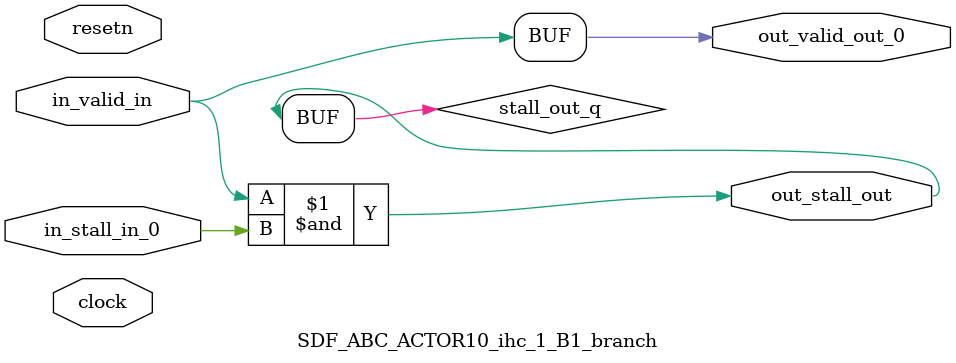
<source format=sv>



(* altera_attribute = "-name AUTO_SHIFT_REGISTER_RECOGNITION OFF; -name MESSAGE_DISABLE 10036; -name MESSAGE_DISABLE 10037; -name MESSAGE_DISABLE 14130; -name MESSAGE_DISABLE 14320; -name MESSAGE_DISABLE 15400; -name MESSAGE_DISABLE 14130; -name MESSAGE_DISABLE 10036; -name MESSAGE_DISABLE 12020; -name MESSAGE_DISABLE 12030; -name MESSAGE_DISABLE 12010; -name MESSAGE_DISABLE 12110; -name MESSAGE_DISABLE 14320; -name MESSAGE_DISABLE 13410; -name MESSAGE_DISABLE 113007; -name MESSAGE_DISABLE 10958" *)
module SDF_ABC_ACTOR10_ihc_1_B1_branch (
    input wire [0:0] in_stall_in_0,
    input wire [0:0] in_valid_in,
    output wire [0:0] out_stall_out,
    output wire [0:0] out_valid_out_0,
    input wire clock,
    input wire resetn
    );

    wire [0:0] stall_out_q;


    // stall_out(LOGICAL,6)
    assign stall_out_q = in_valid_in & in_stall_in_0;

    // out_stall_out(GPOUT,4)
    assign out_stall_out = stall_out_q;

    // out_valid_out_0(GPOUT,5)
    assign out_valid_out_0 = in_valid_in;

endmodule

</source>
